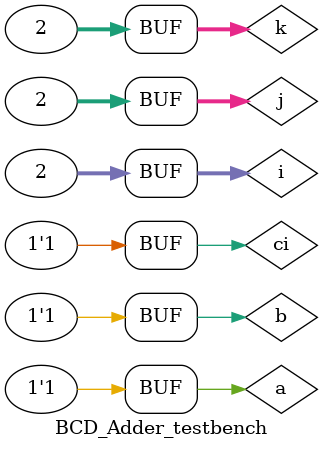
<source format=sv>
module BCD_Adder(input logic ci,b,a, output logic s,c0);
    assign s = b ^ a ^ ci;
    assign c0 = (b ^ a) ? ci : b;
endmodule
//In this testbench I test for all values to be correct. My assert
//i + j + k == s + c0 * 2 is never false, which is the value I need 
//to be true inorder for the the module to be correct.
module BCD_Adder_testbench();
    logic ci,a,b,s,c0;
    integer i,j,k;

    BCD_Adder DUT(ci,a,b,s,c0);
    initial 
    begin
        $display("b:a:ci    s:c0");    
    end

    initial 
    begin
        b = 0;a = 0;ci = 0;
        for(i = 0; i < 2; i++)
        begin
            $monitor("%b%b%b       %b%b",b,a,ci,c0,s);
            b = i;#10;
            for(j = 0; j < 2; j++)
            begin
                $monitor("%b%b%b       %b%b",b,a,ci,c0,s);
                a = j;#10;
                for(k = 0; k < 2; k++)
                begin
                    $monitor("%b%b%b       %b%b",b,a,ci,c0,s);
                    ci = k;#10;
                    assert(ci + b + a == s + c0 * 2);
                end
            end
        end
    end
endmodule
</source>
